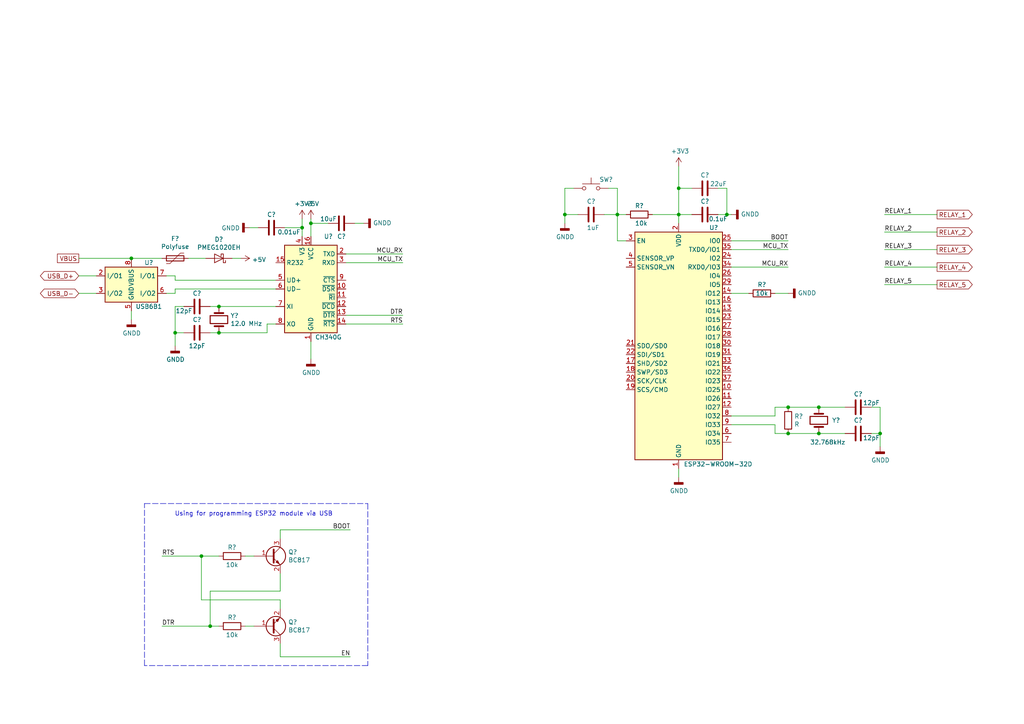
<source format=kicad_sch>
(kicad_sch (version 20211123) (generator eeschema)
  (paper "A4")
  (lib_symbols
    (symbol "Device:C" (pin_numbers hide) (pin_names (offset 0.254))
      (property "Reference" "C" (at 0.635 2.54 0))
      (property "Value" "C" (at 0.635 -2.54 0))
      (symbol "C_0_1"
        (polyline (pts (xy -2.032 -0.762) (xy 2.032 -0.762)) (stroke (width 0.508)))
        (polyline (pts (xy -2.032 0.762) (xy 2.032 0.762)) (stroke (width 0.508)))
      )
      (symbol "C_1_1"
        (pin passive line (at 0 3.81 270) (length 2.794) (name "~") (number "1"))
        (pin passive line (at 0 -3.81 90) (length 2.794) (name "~") (number "2"))
      )
    )
    (symbol "Device:Crystal" (pin_numbers hide) (pin_names (offset 1.016) hide)
      (property "Reference" "Y" (at 0 3.81 0))
      (property "Value" "Crystal" (at 0 -3.81 0))
      (symbol "Crystal_0_1"
        (rectangle (start -1.143 2.54) (end 1.143 -2.54) (stroke (width 0.3048)))
        (polyline (pts (xy -2.54 0) (xy -1.905 0)))
        (polyline (pts (xy -1.905 -1.27) (xy -1.905 1.27)) (stroke (width 0.508)))
        (polyline (pts (xy 1.905 -1.27) (xy 1.905 1.27)) (stroke (width 0.508)))
        (polyline (pts (xy 2.54 0) (xy 1.905 0)))
      )
      (symbol "Crystal_1_1"
        (pin passive line (at -3.81 0 0) (length 1.27) (name "1") (number "1"))
        (pin passive line (at 3.81 0 180) (length 1.27) (name "2") (number "2"))
      )
    )
    (symbol "Device:Polyfuse" (pin_numbers hide) (pin_names (offset 0))
      (property "Reference" "F" (at -2.54 0 90))
      (property "Value" "Polyfuse" (at 2.54 0 90))
      (symbol "Polyfuse_0_1"
        (rectangle (start -0.762 2.54) (end 0.762 -2.54) (stroke (width 0.254)))
        (polyline (pts (xy 0 2.54) (xy 0 -2.54)))
        (polyline (pts (xy -1.524 2.54) (xy -1.524 1.524) (xy 1.524 -1.524) (xy 1.524 -2.54)))
      )
      (symbol "Polyfuse_1_1"
        (pin passive line (at 0 3.81 270) (length 1.27) (name "~") (number "1"))
        (pin passive line (at 0 -3.81 90) (length 1.27) (name "~") (number "2"))
      )
    )
    (symbol "Device:R" (pin_numbers hide) (pin_names (offset 0))
      (property "Reference" "R" (at 2.032 0 90))
      (property "Value" "R" (at 0 0 90))
      (symbol "R_0_1"
        (rectangle (start -1.016 -2.54) (end 1.016 2.54) (stroke (width 0.254)))
      )
      (symbol "R_1_1"
        (pin passive line (at 0 3.81 270) (length 1.27) (name "~") (number "1"))
        (pin passive line (at 0 -3.81 90) (length 1.27) (name "~") (number "2"))
      )
    )
    (symbol "Diode:PMEG1020EH" (pin_numbers hide) (pin_names hide)
      (property "Reference" "D" (at 0 2.54 0))
      (property "Value" "PMEG1020EH" (at 0 -2.54 0))
      (symbol "PMEG1020EH_0_1"
        (polyline (pts (xy 1.27 0) (xy -1.27 0)))
        (polyline (pts (xy 1.27 1.27) (xy 1.27 -1.27) (xy -1.27 0) (xy 1.27 1.27)) (stroke (width 0.2032)))
        (polyline (pts (xy -1.905 0.635) (xy -1.905 1.27) (xy -1.27 1.27) (xy -1.27 -1.27) (xy -0.635 -1.27) (xy -0.635 -0.635)) (stroke (width 0.2032)))
      )
      (symbol "PMEG1020EH_1_1"
        (pin passive line (at -3.81 0 0) (length 2.54) (name "K") (number "1"))
        (pin passive line (at 3.81 0 180) (length 2.54) (name "A") (number "2"))
      )
    )
    (symbol "Interface_USB:CH340G"
      (property "Reference" "U" (at -5.08 13.97 0))
      (property "Value" "CH340G" (at 1.27 13.97 0))
      (symbol "CH340G_0_1"
        (rectangle (start -7.62 12.7) (end 7.62 -12.7) (stroke (width 0.254)) (fill (type background)))
      )
      (symbol "CH340G_1_1"
        (pin power_in line (at 0 -15.24 90) (length 2.54) (name "GND") (number "1"))
        (pin input line (at 10.16 0 180) (length 2.54) (name "~{DSR}") (number "10"))
        (pin input line (at 10.16 -2.54 180) (length 2.54) (name "~{RI}") (number "11"))
        (pin input line (at 10.16 -5.08 180) (length 2.54) (name "~{DCD}") (number "12"))
        (pin output line (at 10.16 -7.62 180) (length 2.54) (name "~{DTR}") (number "13"))
        (pin output line (at 10.16 -10.16 180) (length 2.54) (name "~{RTS}") (number "14"))
        (pin input line (at -10.16 7.62 0) (length 2.54) (name "R232") (number "15"))
        (pin power_in line (at 0 15.24 270) (length 2.54) (name "VCC") (number "16"))
        (pin output line (at 10.16 10.16 180) (length 2.54) (name "TXD") (number "2"))
        (pin input line (at 10.16 7.62 180) (length 2.54) (name "RXD") (number "3"))
        (pin passive line (at -2.54 15.24 270) (length 2.54) (name "V3") (number "4"))
        (pin bidirectional line (at -10.16 2.54 0) (length 2.54) (name "UD+") (number "5"))
        (pin bidirectional line (at -10.16 0 0) (length 2.54) (name "UD-") (number "6"))
        (pin input line (at -10.16 -5.08 0) (length 2.54) (name "XI") (number "7"))
        (pin output line (at -10.16 -10.16 0) (length 2.54) (name "XO") (number "8"))
        (pin input line (at 10.16 2.54 180) (length 2.54) (name "~{CTS}") (number "9"))
      )
    )
    (symbol "Power_Protection:USB6B1"
      (property "Reference" "U" (at 6.35 6.35 0))
      (property "Value" "USB6B1" (at 5.08 -6.35 0))
      (symbol "USB6B1_0_1"
        (rectangle (start -7.62 -5.08) (end 7.62 5.08) (stroke (width 0.254)) (fill (type background)))
      )
      (symbol "USB6B1_1_1"
        (pin passive line (at 0 7.62 270) (length 2.54) hide (name "VBUS") (number "1"))
        (pin passive line (at -10.16 2.54 0) (length 2.54) (name "I/O1") (number "2"))
        (pin passive line (at -10.16 -2.54 0) (length 2.54) (name "I/O2") (number "3"))
        (pin passive line (at 0 -7.62 90) (length 2.54) hide (name "GND") (number "4"))
        (pin passive line (at 0 -7.62 90) (length 2.54) (name "GND") (number "5"))
        (pin passive line (at 10.16 -2.54 180) (length 2.54) (name "I/O2") (number "6"))
        (pin passive line (at 10.16 2.54 180) (length 2.54) (name "I/O1") (number "7"))
        (pin passive line (at 0 7.62 270) (length 2.54) (name "VBUS") (number "8"))
      )
    )
    (symbol "RF_Module:ESP32-WROOM-32D"
      (property "Reference" "U" (at -12.7 34.29 0))
      (property "Value" "ESP32-WROOM-32D" (at 1.27 34.29 0))
      (symbol "ESP32-WROOM-32D_0_1"
        (rectangle (start -12.7 33.02) (end 12.7 -33.02) (stroke (width 0.254)) (fill (type background)))
      )
      (symbol "ESP32-WROOM-32D_1_1"
        (pin power_in line (at 0 -35.56 90) (length 2.54) (name "GND") (number "1"))
        (pin bidirectional line (at 15.24 -12.7 180) (length 2.54) (name "IO25") (number "10"))
        (pin bidirectional line (at 15.24 -15.24 180) (length 2.54) (name "IO26") (number "11"))
        (pin bidirectional line (at 15.24 -17.78 180) (length 2.54) (name "IO27") (number "12"))
        (pin bidirectional line (at 15.24 10.16 180) (length 2.54) (name "IO14") (number "13"))
        (pin bidirectional line (at 15.24 15.24 180) (length 2.54) (name "IO12") (number "14"))
        (pin passive line (at 0 -35.56 90) (length 2.54) hide (name "GND") (number "15"))
        (pin bidirectional line (at 15.24 12.7 180) (length 2.54) (name "IO13") (number "16"))
        (pin bidirectional line (at -15.24 -5.08 0) (length 2.54) (name "SHD/SD2") (number "17"))
        (pin bidirectional line (at -15.24 -7.62 0) (length 2.54) (name "SWP/SD3") (number "18"))
        (pin bidirectional line (at -15.24 -12.7 0) (length 2.54) (name "SCS/CMD") (number "19"))
        (pin power_in line (at 0 35.56 270) (length 2.54) (name "VDD") (number "2"))
        (pin bidirectional line (at -15.24 -10.16 0) (length 2.54) (name "SCK/CLK") (number "20"))
        (pin bidirectional line (at -15.24 0 0) (length 2.54) (name "SDO/SD0") (number "21"))
        (pin bidirectional line (at -15.24 -2.54 0) (length 2.54) (name "SDI/SD1") (number "22"))
        (pin bidirectional line (at 15.24 7.62 180) (length 2.54) (name "IO15") (number "23"))
        (pin bidirectional line (at 15.24 25.4 180) (length 2.54) (name "IO2") (number "24"))
        (pin bidirectional line (at 15.24 30.48 180) (length 2.54) (name "IO0") (number "25"))
        (pin bidirectional line (at 15.24 20.32 180) (length 2.54) (name "IO4") (number "26"))
        (pin bidirectional line (at 15.24 5.08 180) (length 2.54) (name "IO16") (number "27"))
        (pin bidirectional line (at 15.24 2.54 180) (length 2.54) (name "IO17") (number "28"))
        (pin bidirectional line (at 15.24 17.78 180) (length 2.54) (name "IO5") (number "29"))
        (pin input line (at -15.24 30.48 0) (length 2.54) (name "EN") (number "3"))
        (pin bidirectional line (at 15.24 0 180) (length 2.54) (name "IO18") (number "30"))
        (pin bidirectional line (at 15.24 -2.54 180) (length 2.54) (name "IO19") (number "31"))
        (pin no_connect line (at -12.7 -27.94 0) (length 2.54) hide (name "NC") (number "32"))
        (pin bidirectional line (at 15.24 -5.08 180) (length 2.54) (name "IO21") (number "33"))
        (pin bidirectional line (at 15.24 22.86 180) (length 2.54) (name "RXD0/IO3") (number "34"))
        (pin bidirectional line (at 15.24 27.94 180) (length 2.54) (name "TXD0/IO1") (number "35"))
        (pin bidirectional line (at 15.24 -7.62 180) (length 2.54) (name "IO22") (number "36"))
        (pin bidirectional line (at 15.24 -10.16 180) (length 2.54) (name "IO23") (number "37"))
        (pin passive line (at 0 -35.56 90) (length 2.54) hide (name "GND") (number "38"))
        (pin passive line (at 0 -35.56 90) (length 2.54) hide (name "GND") (number "39"))
        (pin input line (at -15.24 25.4 0) (length 2.54) (name "SENSOR_VP") (number "4"))
        (pin input line (at -15.24 22.86 0) (length 2.54) (name "SENSOR_VN") (number "5"))
        (pin input line (at 15.24 -25.4 180) (length 2.54) (name "IO34") (number "6"))
        (pin input line (at 15.24 -27.94 180) (length 2.54) (name "IO35") (number "7"))
        (pin bidirectional line (at 15.24 -20.32 180) (length 2.54) (name "IO32") (number "8"))
        (pin bidirectional line (at 15.24 -22.86 180) (length 2.54) (name "IO33") (number "9"))
      )
    )
    (symbol "Switch:SW_Push" (pin_numbers hide) (pin_names (offset 1.016) hide)
      (property "Reference" "SW" (at 1.27 2.54 0))
      (property "Value" "SW_Push" (at 0 -1.524 0))
      (symbol "SW_Push_0_1"
        (circle (center -2.032 0) (radius 0.508))
        (polyline (pts (xy 0 1.27) (xy 0 3.048)))
        (polyline (pts (xy 2.54 1.27) (xy -2.54 1.27)))
        (circle (center 2.032 0) (radius 0.508))
        (pin passive line (at -5.08 0 0) (length 2.54) (name "1") (number "1"))
        (pin passive line (at 5.08 0 180) (length 2.54) (name "2") (number "2"))
      )
    )
    (symbol "Transistor_BJT:BC817" (pin_names (offset 0) hide)
      (property "Reference" "Q" (at 5.08 1.905 0))
      (property "Value" "BC817" (at 5.08 0 0))
      (symbol "BC817_0_1"
        (polyline (pts (xy 0.635 0.635) (xy 2.54 2.54)))
        (polyline (pts (xy 0.635 -0.635) (xy 2.54 -2.54) (xy 2.54 -2.54)))
        (polyline (pts (xy 0.635 1.905) (xy 0.635 -1.905) (xy 0.635 -1.905)) (stroke (width 0.508)))
        (polyline (pts (xy 1.27 -1.778) (xy 1.778 -1.27) (xy 2.286 -2.286) (xy 1.27 -1.778) (xy 1.27 -1.778)) (fill (type outline)))
        (circle (center 1.27 0) (radius 2.8194) (stroke (width 0.254)))
      )
      (symbol "BC817_1_1"
        (pin input line (at -5.08 0 0) (length 5.715) (name "B") (number "1"))
        (pin passive line (at 2.54 -5.08 90) (length 2.54) (name "E") (number "2"))
        (pin passive line (at 2.54 5.08 270) (length 2.54) (name "C") (number "3"))
      )
    )
    (symbol "power:+3.3V" (power) (pin_names (offset 0))
      (property "Value" "+3.3V" (at 0 3.556 0))
      (symbol "+3.3V_0_1"
        (polyline (pts (xy -0.762 1.27) (xy 0 2.54)))
        (polyline (pts (xy 0 0) (xy 0 2.54)))
        (polyline (pts (xy 0 2.54) (xy 0.762 1.27)))
      )
      (symbol "+3.3V_1_1"
        (pin power_in line (at 0 0 90) (length 0) hide (name "+3V3") (number "1"))
      )
    )
    (symbol "power:+3V3" (power) (pin_names (offset 0))
      (property "Value" "+3V3" (at 0 3.556 0))
      (symbol "+3V3_0_1"
        (polyline (pts (xy -0.762 1.27) (xy 0 2.54)))
        (polyline (pts (xy 0 0) (xy 0 2.54)))
        (polyline (pts (xy 0 2.54) (xy 0.762 1.27)))
      )
      (symbol "+3V3_1_1"
        (pin power_in line (at 0 0 90) (length 0) hide (name "+3V3") (number "1"))
      )
    )
    (symbol "power:+5V" (power) (pin_names (offset 0))
      (property "Value" "+5V" (at 0 3.556 0))
      (symbol "+5V_0_1"
        (polyline (pts (xy -0.762 1.27) (xy 0 2.54)))
        (polyline (pts (xy 0 0) (xy 0 2.54)))
        (polyline (pts (xy 0 2.54) (xy 0.762 1.27)))
      )
      (symbol "+5V_1_1"
        (pin power_in line (at 0 0 90) (length 0) hide (name "+5V") (number "1"))
      )
    )
    (symbol "power:GNDD" (power) (pin_names (offset 0))
      (property "Value" "GNDD" (at 0 -3.175 0))
      (symbol "GNDD_0_1"
        (rectangle (start -1.27 -1.524) (end 1.27 -2.032) (stroke (width 0.254)) (fill (type outline)))
        (polyline (pts (xy 0 0) (xy 0 -1.524)))
      )
      (symbol "GNDD_1_1"
        (pin power_in line (at 0 0 270) (length 0) hide (name "GNDD") (number "1"))
      )
    )
  )
  (junction (at 63.5 88.9))
  (junction (at 237.49 125.73))
  (junction (at 50.8 96.52))
  (junction (at 87.63 66.04))
  (junction (at 63.5 96.52))
  (junction (at 255.27 125.73))
  (junction (at 228.6 125.73))
  (junction (at 60.96 181.61))
  (junction (at 196.85 54.61))
  (junction (at 196.85 62.23))
  (junction (at 179.07 62.23))
  (junction (at 90.17 64.77))
  (junction (at 237.49 118.11))
  (junction (at 163.83 62.23))
  (junction (at 58.42 161.29))
  (junction (at 228.6 118.11))
  (junction (at 210.82 62.23))
  (junction (at 38.1 74.93))
  (wire (pts (xy 179.07 69.85) (xy 181.61 69.85)))
  (wire (pts (xy 81.28 156.21) (xy 81.28 153.67)))
  (wire (pts (xy 224.79 120.65) (xy 224.79 118.11)))
  (wire (pts (xy 81.28 153.67) (xy 101.6 153.67)))
  (wire (pts (xy 252.73 118.11) (xy 255.27 118.11)))
  (wire (pts (xy 100.33 93.98) (xy 116.84 93.98)))
  (wire (pts (xy 245.11 125.73) (xy 237.49 125.73)))
  (wire (pts (xy 189.23 62.23) (xy 196.85 62.23)))
  (wire (pts (xy 87.63 63.5) (xy 87.63 66.04)))
  (wire (pts (xy 27.94 80.01) (xy 22.86 80.01)))
  (wire (pts (xy 255.27 125.73) (xy 255.27 129.54)))
  (polyline (pts (xy 41.91 193.04) (xy 41.91 146.05)))
  (wire (pts (xy 163.83 54.61) (xy 163.83 62.23)))
  (wire (pts (xy 237.49 118.11) (xy 245.11 118.11)))
  (wire (pts (xy 87.63 66.04) (xy 87.63 68.58)))
  (wire (pts (xy 81.28 186.69) (xy 81.28 190.5)))
  (wire (pts (xy 196.85 48.26) (xy 196.85 54.61)))
  (wire (pts (xy 22.86 74.93) (xy 38.1 74.93)))
  (wire (pts (xy 60.96 96.52) (xy 63.5 96.52)))
  (wire (pts (xy 69.85 74.93) (xy 67.31 74.93)))
  (wire (pts (xy 255.27 125.73) (xy 252.73 125.73)))
  (wire (pts (xy 256.54 67.31) (xy 271.78 67.31)))
  (wire (pts (xy 212.09 77.47) (xy 228.6 77.47)))
  (wire (pts (xy 237.49 125.73) (xy 228.6 125.73)))
  (wire (pts (xy 166.37 54.61) (xy 163.83 54.61)))
  (wire (pts (xy 81.28 171.45) (xy 60.96 171.45)))
  (wire (pts (xy 100.33 73.66) (xy 116.84 73.66)))
  (wire (pts (xy 71.12 181.61) (xy 73.66 181.61)))
  (wire (pts (xy 224.79 85.09) (xy 228.6 85.09)))
  (wire (pts (xy 60.96 88.9) (xy 63.5 88.9)))
  (wire (pts (xy 175.26 62.23) (xy 179.07 62.23)))
  (wire (pts (xy 212.09 69.85) (xy 228.6 69.85)))
  (wire (pts (xy 196.85 62.23) (xy 196.85 64.77)))
  (wire (pts (xy 50.8 100.33) (xy 50.8 96.52)))
  (wire (pts (xy 81.28 190.5) (xy 101.6 190.5)))
  (wire (pts (xy 72.39 66.04) (xy 74.93 66.04)))
  (wire (pts (xy 212.09 120.65) (xy 224.79 120.65)))
  (wire (pts (xy 63.5 161.29) (xy 58.42 161.29)))
  (wire (pts (xy 255.27 118.11) (xy 255.27 125.73)))
  (wire (pts (xy 71.12 161.29) (xy 73.66 161.29)))
  (wire (pts (xy 224.79 123.19) (xy 224.79 125.73)))
  (wire (pts (xy 210.82 62.23) (xy 208.28 62.23)))
  (wire (pts (xy 95.25 64.77) (xy 90.17 64.77)))
  (wire (pts (xy 179.07 62.23) (xy 181.61 62.23)))
  (polyline (pts (xy 106.68 193.04) (xy 41.91 193.04)))
  (wire (pts (xy 212.09 123.19) (xy 224.79 123.19)))
  (wire (pts (xy 54.61 74.93) (xy 59.69 74.93)))
  (wire (pts (xy 46.99 74.93) (xy 38.1 74.93)))
  (wire (pts (xy 63.5 96.52) (xy 77.47 96.52)))
  (wire (pts (xy 163.83 64.77) (xy 163.83 62.23)))
  (wire (pts (xy 212.09 72.39) (xy 228.6 72.39)))
  (wire (pts (xy 208.28 54.61) (xy 210.82 54.61)))
  (wire (pts (xy 163.83 62.23) (xy 167.64 62.23)))
  (wire (pts (xy 50.8 96.52) (xy 53.34 96.52)))
  (wire (pts (xy 50.8 81.28) (xy 80.01 81.28)))
  (wire (pts (xy 217.17 85.09) (xy 212.09 85.09)))
  (wire (pts (xy 196.85 138.43) (xy 196.85 135.89)))
  (wire (pts (xy 212.09 62.23) (xy 210.82 62.23)))
  (wire (pts (xy 77.47 96.52) (xy 77.47 93.98)))
  (wire (pts (xy 60.96 171.45) (xy 60.96 181.61)))
  (wire (pts (xy 90.17 63.5) (xy 90.17 64.77)))
  (wire (pts (xy 256.54 62.23) (xy 271.78 62.23)))
  (wire (pts (xy 38.1 92.71) (xy 38.1 90.17)))
  (wire (pts (xy 102.87 64.77) (xy 105.41 64.77)))
  (wire (pts (xy 81.28 176.53) (xy 81.28 173.99)))
  (wire (pts (xy 53.34 88.9) (xy 50.8 88.9)))
  (wire (pts (xy 237.49 118.11) (xy 228.6 118.11)))
  (wire (pts (xy 27.94 85.09) (xy 22.86 85.09)))
  (wire (pts (xy 90.17 64.77) (xy 90.17 68.58)))
  (wire (pts (xy 82.55 66.04) (xy 87.63 66.04)))
  (wire (pts (xy 50.8 81.28) (xy 50.8 80.01)))
  (wire (pts (xy 77.47 93.98) (xy 80.01 93.98)))
  (wire (pts (xy 90.17 99.06) (xy 90.17 104.14)))
  (wire (pts (xy 50.8 88.9) (xy 50.8 96.52)))
  (wire (pts (xy 58.42 173.99) (xy 58.42 161.29)))
  (wire (pts (xy 63.5 88.9) (xy 80.01 88.9)))
  (wire (pts (xy 224.79 125.73) (xy 228.6 125.73)))
  (wire (pts (xy 256.54 82.55) (xy 271.78 82.55)))
  (wire (pts (xy 81.28 173.99) (xy 58.42 173.99)))
  (wire (pts (xy 200.66 54.61) (xy 196.85 54.61)))
  (wire (pts (xy 50.8 83.82) (xy 50.8 85.09)))
  (wire (pts (xy 179.07 54.61) (xy 179.07 62.23)))
  (wire (pts (xy 176.53 54.61) (xy 179.07 54.61)))
  (wire (pts (xy 100.33 76.2) (xy 116.84 76.2)))
  (wire (pts (xy 50.8 83.82) (xy 80.01 83.82)))
  (polyline (pts (xy 41.91 146.05) (xy 106.68 146.05)))
  (wire (pts (xy 81.28 166.37) (xy 81.28 171.45)))
  (wire (pts (xy 63.5 181.61) (xy 60.96 181.61)))
  (wire (pts (xy 210.82 54.61) (xy 210.82 62.23)))
  (wire (pts (xy 100.33 91.44) (xy 116.84 91.44)))
  (wire (pts (xy 179.07 62.23) (xy 179.07 69.85)))
  (wire (pts (xy 58.42 161.29) (xy 46.99 161.29)))
  (polyline (pts (xy 106.68 146.05) (xy 106.68 193.04)))
  (wire (pts (xy 60.96 181.61) (xy 46.99 181.61)))
  (wire (pts (xy 256.54 72.39) (xy 271.78 72.39)))
  (wire (pts (xy 224.79 118.11) (xy 228.6 118.11)))
  (wire (pts (xy 200.66 62.23) (xy 196.85 62.23)))
  (wire (pts (xy 196.85 54.61) (xy 196.85 62.23)))
  (wire (pts (xy 50.8 85.09) (xy 48.26 85.09)))
  (wire (pts (xy 256.54 77.47) (xy 271.78 77.47)))
  (wire (pts (xy 50.8 80.01) (xy 48.26 80.01)))
  (text "Using for programming ESP32 module via USB" (at 96.52 149.86 180) (effects (font (size 1.27 1.27)) (justify right bottom)))
  (label "RELAY_3" (at 256.54 72.39 0))
  (label "RTS" (at 116.84 93.98 180))
  (label "DTR" (at 46.99 181.61 0))
  (label "RELAY_4" (at 256.54 77.47 0))
  (label "BOOT" (at 101.6 153.67 180))
  (label "MCU_TX" (at 116.84 76.2 180))
  (label "RELAY_2" (at 256.54 67.31 0))
  (label "MCU_RX" (at 228.6 77.47 180))
  (label "EN" (at 101.6 190.5 180))
  (label "MCU_RX" (at 116.84 73.66 180))
  (label "RELAY_1" (at 256.54 62.23 0))
  (label "MCU_TX" (at 228.6 72.39 180))
  (label "RELAY_5" (at 256.54 82.55 0))
  (label "BOOT" (at 228.6 69.85 180))
  (label "RTS" (at 46.99 161.29 0))
  (label "DTR" (at 116.84 91.44 180))
  (global_label "RELAY_5" (shape output) (at 271.78 82.55 0) (property "Intersheet References" "${INTERSHEET_REFS}" (effects hide)))
  (global_label "USB_D+" (shape bidirectional) (at 22.86 80.01 180) (property "Intersheet References" "${INTERSHEET_REFS}" (effects hide)))
  (global_label "RELAY_4" (shape output) (at 271.78 77.47 0) (property "Intersheet References" "${INTERSHEET_REFS}" (effects hide)))
  (global_label "RELAY_1" (shape output) (at 271.78 62.23 0) (property "Intersheet References" "${INTERSHEET_REFS}" (effects hide)))
  (global_label "RELAY_2" (shape output) (at 271.78 67.31 0) (property "Intersheet References" "${INTERSHEET_REFS}" (effects hide)))
  (global_label "VBUS" (shape passive) (at 22.86 74.93 180) (property "Intersheet References" "${INTERSHEET_REFS}" (effects hide)))
  (global_label "USB_D-" (shape bidirectional) (at 22.86 85.09 180) (property "Intersheet References" "${INTERSHEET_REFS}" (effects hide)))
  (global_label "RELAY_3" (shape output) (at 271.78 72.39 0) (property "Intersheet References" "${INTERSHEET_REFS}" (effects hide)))
  (symbol (lib_id "RF_Module:ESP32-WROOM-32D") (at 196.85 100.33 0) (unit 1)
    (property "Reference" "U?" (at 207.01 66.04 0))
    (property "Value" "ESP32-WROOM-32D" (at 208.28 134.62 0))
    (property "Footprint" "RF_Module:ESP32-WROOM-32" (effects hide))
    (property "Datasheet" "https://www.espressif.com/sites/default/files/documentation/esp32-wroom-32d_esp32-wroom-32u_datasheet_en.pdf" (effects hide))
  )
  (symbol (lib_id "power:GNDD") (at 196.85 138.43 0) (unit 1)
    (property "Reference" "#PWR?" (effects hide))
    (property "Value" "GNDD" (at 196.9516 142.367 0))
  )
  (symbol (lib_id "power:+3V3") (at 196.85 48.26 0) (unit 1)
    (property "Reference" "#PWR?" (effects hide))
    (property "Value" "+3V3" (at 197.231 43.8658 0))
  )
  (symbol (lib_id "Device:C") (at 204.47 62.23 270) (unit 1)
    (property "Reference" "C?" (at 204.47 58.42 90))
    (property "Value" "0.1uF" (at 208.28 63.5 90))
    (property "Footprint" "Capacitor_SMD:C_0603_1608Metric" (effects hide))
  )
  (symbol (lib_id "power:GNDD") (at 212.09 62.23 90) (unit 1)
    (property "Reference" "#PWR?" (effects hide))
    (property "Value" "GNDD" (at 214.884 62.1284 90) (effects (justify right)))
  )
  (symbol (lib_id "Device:Crystal") (at 237.49 121.92 270) (unit 1)
    (property "Reference" "Y?" (at 241.3 121.92 90) (effects (justify left)))
    (property "Value" "32.768kHz" (at 234.95 128.27 90) (effects (justify left)))
  )
  (symbol (lib_id "Device:R") (at 228.6 121.92 0) (unit 1)
    (property "Reference" "R?" (at 230.378 120.7516 0) (effects (justify left)))
    (property "Value" "R" (at 230.378 123.063 0) (effects (justify left)))
  )
  (symbol (lib_id "Device:C") (at 248.92 118.11 270) (unit 1)
    (property "Reference" "C?" (at 248.92 114.3 90))
    (property "Value" "12pF" (at 252.73 116.84 90))
  )
  (symbol (lib_id "Device:C") (at 248.92 125.73 270) (unit 1)
    (property "Reference" "C?" (at 248.92 121.92 90))
    (property "Value" "12pF" (at 252.73 127 90))
  )
  (symbol (lib_id "power:GNDD") (at 255.27 129.54 0) (unit 1)
    (property "Reference" "#PWR?" (effects hide))
    (property "Value" "GNDD" (at 255.3716 133.477 0))
  )
  (symbol (lib_id "Device:R") (at 185.42 62.23 270) (unit 1)
    (property "Reference" "R?" (at 184.15 59.69 90) (effects (justify left)))
    (property "Value" "10k" (at 184.15 64.77 90) (effects (justify left)))
  )
  (symbol (lib_id "Device:C") (at 171.45 62.23 270) (unit 1)
    (property "Reference" "C?" (at 170.18 58.42 90) (effects (justify left)))
    (property "Value" "1uF" (at 170.18 66.04 90) (effects (justify left)))
  )
  (symbol (lib_id "Switch:SW_Push") (at 171.45 54.61 0) (unit 1)
    (property "Reference" "SW?" (at 177.8 52.07 0) (effects (justify right)))
    (property "Value" "SW_Push" (effects hide))
  )
  (symbol (lib_id "power:GNDD") (at 163.83 64.77 0) (unit 1)
    (property "Reference" "#PWR?" (effects hide))
    (property "Value" "GNDD" (at 163.9316 68.707 0))
  )
  (symbol (lib_id "Device:R") (at 220.98 85.09 270) (unit 1)
    (property "Reference" "R?" (at 220.98 82.55 90))
    (property "Value" "10k" (at 220.98 85.09 90))
  )
  (symbol (lib_id "power:GNDD") (at 228.6 85.09 90) (unit 1)
    (property "Reference" "#PWR?" (effects hide))
    (property "Value" "GNDD" (at 231.394 84.9884 90) (effects (justify right)))
  )
  (symbol (lib_id "Transistor_BJT:BC817") (at 78.74 161.29 0) (unit 1)
    (property "Reference" "Q?" (at 83.5914 160.1216 0) (effects (justify left)))
    (property "Value" "BC817" (at 83.5914 162.433 0) (effects (justify left)))
    (property "Footprint" "Package_TO_SOT_SMD:SOT-23" (effects hide))
    (property "Datasheet" "https://www.onsemi.com/pub/Collateral/BC818-D.pdf" (effects hide))
  )
  (symbol (lib_id "Transistor_BJT:BC817") (at 78.74 181.61 0) (mirror x) (unit 1)
    (property "Reference" "Q?" (at 83.5914 180.4416 0) (effects (justify left)))
    (property "Value" "BC817" (at 83.5914 182.753 0) (effects (justify left)))
    (property "Footprint" "Package_TO_SOT_SMD:SOT-23" (effects hide))
    (property "Datasheet" "https://www.onsemi.com/pub/Collateral/BC818-D.pdf" (effects hide))
  )
  (symbol (lib_id "Device:R") (at 67.31 181.61 270) (unit 1)
    (property "Reference" "R?" (at 67.31 179.07 90))
    (property "Value" "10k" (at 67.31 184.15 90))
  )
  (symbol (lib_id "Device:R") (at 67.31 161.29 270) (unit 1)
    (property "Reference" "R?" (at 67.31 158.75 90))
    (property "Value" "10k" (at 67.31 163.83 90))
  )
  (symbol (lib_id "Power_Protection:USB6B1") (at 38.1 82.55 0) (unit 1)
    (property "Reference" "U?" (at 43.18 76.2 0))
    (property "Value" "USB6B1" (at 43.18 88.9 0))
    (property "Footprint" "Package_SO:SOIC-8_3.9x4.9mm_P1.27mm" (effects hide))
    (property "Datasheet" "http://www.st.com/content/ccc/resource/technical/document/datasheet/3e/ec/b2/54/b2/76/47/90/CD00001361.pdf/files/CD00001361.pdf/jcr:content/translations/en.CD00001361.pdf" (effects hide))
  )
  (symbol (lib_id "power:GNDD") (at 38.1 92.71 0) (unit 1)
    (property "Reference" "#PWR?" (effects hide))
    (property "Value" "GNDD" (at 38.2016 96.647 0))
  )
  (symbol (lib_id "Device:C") (at 78.74 66.04 270) (unit 1)
    (property "Reference" "C?" (at 78.74 62.23 90))
    (property "Value" "0.01uF" (at 83.82 67.31 90))
  )
  (symbol (lib_id "Device:C") (at 99.06 64.77 90) (unit 1)
    (property "Reference" "C?" (at 99.06 68.58 90))
    (property "Value" "10uF" (at 95.25 63.5 90))
  )
  (symbol (lib_id "power:GNDD") (at 72.39 66.04 270) (unit 1)
    (property "Reference" "#PWR?" (effects hide))
    (property "Value" "GNDD" (at 69.596 66.1416 90) (effects (justify right)))
  )
  (symbol (lib_id "Device:C") (at 204.47 54.61 90) (unit 1)
    (property "Reference" "C?" (at 205.74 50.8 90) (effects (justify left)))
    (property "Value" "22uF" (at 210.82 53.34 90) (effects (justify left)))
  )
  (symbol (lib_id "power:GNDD") (at 90.17 104.14 0) (unit 1)
    (property "Reference" "#PWR?" (effects hide))
    (property "Value" "GNDD" (at 90.2716 108.077 0))
  )
  (symbol (lib_id "Interface_USB:CH340G") (at 90.17 83.82 0) (unit 1)
    (property "Reference" "U?" (at 95.25 68.58 0))
    (property "Value" "CH340G" (at 95.25 97.79 0))
    (property "Footprint" "Package_SO:SOIC-16_3.9x9.9mm_P1.27mm" (effects hide))
    (property "Datasheet" "http://www.datasheet5.com/pdf-local-2195953" (effects hide))
  )
  (symbol (lib_id "Device:Crystal") (at 63.5 92.71 270) (unit 1)
    (property "Reference" "Y?" (at 66.8274 91.5416 90) (effects (justify left)))
    (property "Value" "12.0 MHz" (at 66.8274 93.853 90) (effects (justify left)))
  )
  (symbol (lib_id "Device:C") (at 57.15 88.9 270) (unit 1)
    (property "Reference" "C?" (at 57.15 85.09 90))
    (property "Value" "12pF" (at 53.34 90.17 90))
  )
  (symbol (lib_id "Device:C") (at 57.15 96.52 90) (unit 1)
    (property "Reference" "C?" (at 57.15 92.71 90))
    (property "Value" "12pF" (at 57.15 100.33 90))
  )
  (symbol (lib_id "power:GNDD") (at 50.8 100.33 0) (unit 1)
    (property "Reference" "#PWR?" (effects hide))
    (property "Value" "GNDD" (at 50.9016 104.267 0))
  )
  (symbol (lib_id "power:+3.3V") (at 87.63 63.5 0) (unit 1)
    (property "Reference" "#PWR?" (effects hide))
    (property "Value" "+3.3V" (at 88.011 59.1058 0))
  )
  (symbol (lib_id "power:+5V") (at 90.17 63.5 0) (unit 1)
    (property "Reference" "#PWR?" (effects hide))
    (property "Value" "+5V" (at 90.551 59.1058 0))
  )
  (symbol (lib_id "power:GNDD") (at 105.41 64.77 90) (unit 1)
    (property "Reference" "#PWR?" (effects hide))
    (property "Value" "GNDD" (at 108.204 64.6684 90) (effects (justify right)))
  )
  (symbol (lib_id "Diode:PMEG1020EH") (at 63.5 74.93 180) (unit 1)
    (property "Reference" "D?" (at 63.5 69.4436 0))
    (property "Value" "PMEG1020EH" (at 63.5 71.755 0))
    (property "Footprint" "Diode_SMD:D_SOD-123F" (effects hide))
    (property "Datasheet" "https://assets.nexperia.com/documents/data-sheet/PMEG1020EH_EJ.pdf" (effects hide))
  )
  (symbol (lib_id "Device:Polyfuse") (at 50.8 74.93 270) (unit 1)
    (property "Reference" "F?" (at 50.8 69.215 90))
    (property "Value" "Polyfuse" (at 50.8 71.5264 90))
  )
  (symbol (lib_id "power:+5V") (at 69.85 74.93 270) (unit 1)
    (property "Reference" "#PWR?" (effects hide))
    (property "Value" "+5V" (at 73.1012 75.311 90) (effects (justify left)))
  )
)
</source>
